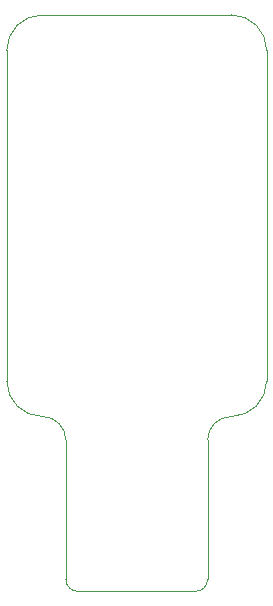
<source format=gbr>
%TF.GenerationSoftware,KiCad,Pcbnew,8.0.4*%
%TF.CreationDate,2024-09-01T23:06:17-05:00*%
%TF.ProjectId,Quick Hack,51756963-6b20-4486-9163-6b2e6b696361,rev?*%
%TF.SameCoordinates,Original*%
%TF.FileFunction,Profile,NP*%
%FSLAX46Y46*%
G04 Gerber Fmt 4.6, Leading zero omitted, Abs format (unit mm)*
G04 Created by KiCad (PCBNEW 8.0.4) date 2024-09-01 23:06:17*
%MOMM*%
%LPD*%
G01*
G04 APERTURE LIST*
%TA.AperFunction,Profile*%
%ADD10C,0.050000*%
%TD*%
G04 APERTURE END LIST*
D10*
X142800000Y-85200000D02*
G75*
G02*
X139800000Y-88200000I-3000000J0D01*
G01*
X142800000Y-57200000D02*
X142800000Y-85200000D01*
X137800000Y-102000000D02*
X137800000Y-90200000D01*
X131800000Y-103000000D02*
X136800000Y-103000000D01*
X139800000Y-54200000D02*
G75*
G02*
X142800000Y-57200000I0J-3000000D01*
G01*
X131800000Y-103000000D02*
X126800000Y-103000000D01*
X120800000Y-57200000D02*
G75*
G02*
X123800000Y-54200000I3000000J0D01*
G01*
X123800000Y-88200000D02*
G75*
G02*
X125800000Y-90200000I0J-2000000D01*
G01*
X123800000Y-88200000D02*
G75*
G02*
X120800000Y-85200000I0J3000000D01*
G01*
X137800000Y-102000000D02*
G75*
G02*
X136800000Y-103000000I-1000000J0D01*
G01*
X125800000Y-102000000D02*
X125800000Y-90200000D01*
X139800000Y-54200000D02*
X123800000Y-54200000D01*
X126800000Y-103000000D02*
G75*
G02*
X125800000Y-102000000I0J1000000D01*
G01*
X120800000Y-57200000D02*
X120800000Y-85200000D01*
X137800000Y-90200000D02*
G75*
G02*
X139800000Y-88200000I2000000J0D01*
G01*
M02*

</source>
